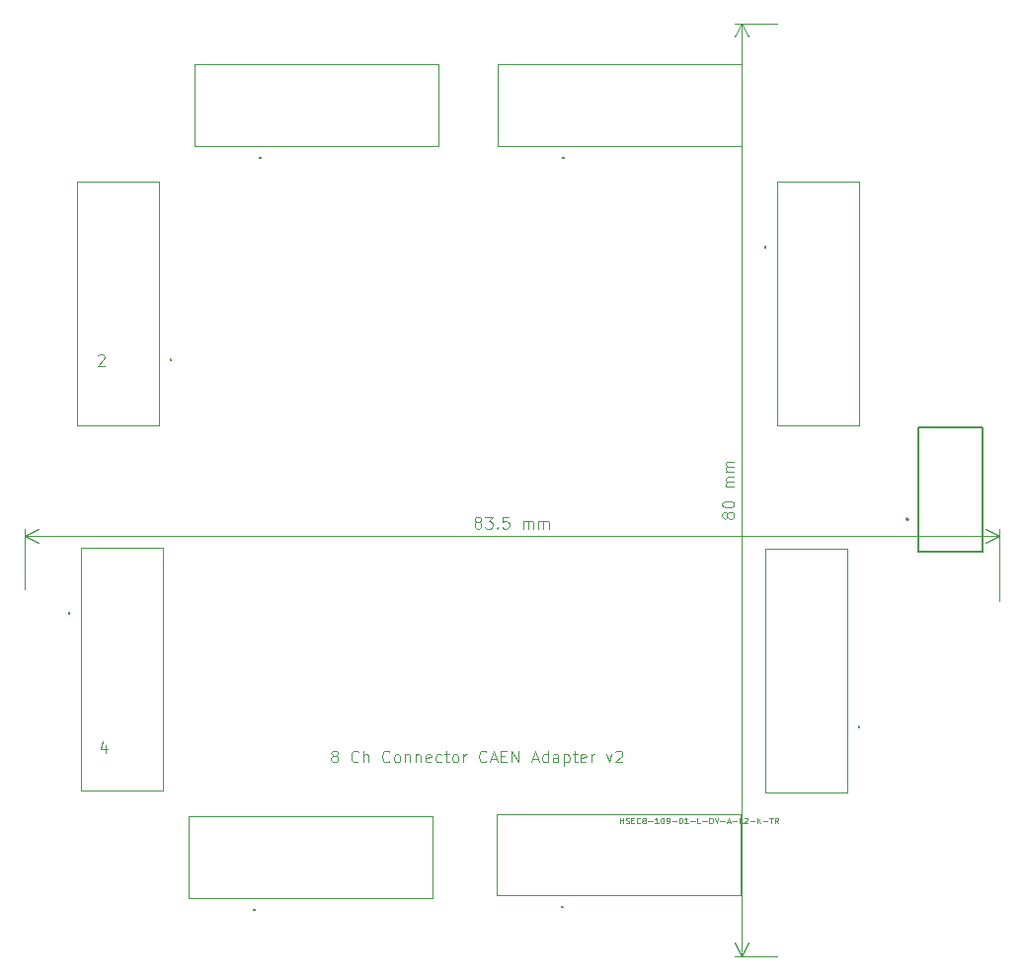
<source format=gbr>
%TF.GenerationSoftware,KiCad,Pcbnew,9.0.2*%
%TF.CreationDate,2025-05-28T10:28:05-07:00*%
%TF.ProjectId,8_Ch_Connector_CAEN_Adapter,385f4368-5f43-46f6-9e6e-6563746f725f,rev?*%
%TF.SameCoordinates,Original*%
%TF.FileFunction,Legend,Top*%
%TF.FilePolarity,Positive*%
%FSLAX46Y46*%
G04 Gerber Fmt 4.6, Leading zero omitted, Abs format (unit mm)*
G04 Created by KiCad (PCBNEW 9.0.2) date 2025-05-28 10:28:05*
%MOMM*%
%LPD*%
G01*
G04 APERTURE LIST*
%ADD10C,0.100000*%
%ADD11C,0.125000*%
%ADD12C,0.200000*%
%ADD13C,0.127000*%
G04 APERTURE END LIST*
D10*
X163750000Y-87755990D02*
X163654762Y-87708371D01*
X163654762Y-87708371D02*
X163607143Y-87660752D01*
X163607143Y-87660752D02*
X163559524Y-87565514D01*
X163559524Y-87565514D02*
X163559524Y-87517895D01*
X163559524Y-87517895D02*
X163607143Y-87422657D01*
X163607143Y-87422657D02*
X163654762Y-87375038D01*
X163654762Y-87375038D02*
X163750000Y-87327419D01*
X163750000Y-87327419D02*
X163940476Y-87327419D01*
X163940476Y-87327419D02*
X164035714Y-87375038D01*
X164035714Y-87375038D02*
X164083333Y-87422657D01*
X164083333Y-87422657D02*
X164130952Y-87517895D01*
X164130952Y-87517895D02*
X164130952Y-87565514D01*
X164130952Y-87565514D02*
X164083333Y-87660752D01*
X164083333Y-87660752D02*
X164035714Y-87708371D01*
X164035714Y-87708371D02*
X163940476Y-87755990D01*
X163940476Y-87755990D02*
X163750000Y-87755990D01*
X163750000Y-87755990D02*
X163654762Y-87803609D01*
X163654762Y-87803609D02*
X163607143Y-87851228D01*
X163607143Y-87851228D02*
X163559524Y-87946466D01*
X163559524Y-87946466D02*
X163559524Y-88136942D01*
X163559524Y-88136942D02*
X163607143Y-88232180D01*
X163607143Y-88232180D02*
X163654762Y-88279800D01*
X163654762Y-88279800D02*
X163750000Y-88327419D01*
X163750000Y-88327419D02*
X163940476Y-88327419D01*
X163940476Y-88327419D02*
X164035714Y-88279800D01*
X164035714Y-88279800D02*
X164083333Y-88232180D01*
X164083333Y-88232180D02*
X164130952Y-88136942D01*
X164130952Y-88136942D02*
X164130952Y-87946466D01*
X164130952Y-87946466D02*
X164083333Y-87851228D01*
X164083333Y-87851228D02*
X164035714Y-87803609D01*
X164035714Y-87803609D02*
X163940476Y-87755990D01*
X164464286Y-87327419D02*
X165083333Y-87327419D01*
X165083333Y-87327419D02*
X164750000Y-87708371D01*
X164750000Y-87708371D02*
X164892857Y-87708371D01*
X164892857Y-87708371D02*
X164988095Y-87755990D01*
X164988095Y-87755990D02*
X165035714Y-87803609D01*
X165035714Y-87803609D02*
X165083333Y-87898847D01*
X165083333Y-87898847D02*
X165083333Y-88136942D01*
X165083333Y-88136942D02*
X165035714Y-88232180D01*
X165035714Y-88232180D02*
X164988095Y-88279800D01*
X164988095Y-88279800D02*
X164892857Y-88327419D01*
X164892857Y-88327419D02*
X164607143Y-88327419D01*
X164607143Y-88327419D02*
X164511905Y-88279800D01*
X164511905Y-88279800D02*
X164464286Y-88232180D01*
X165511905Y-88232180D02*
X165559524Y-88279800D01*
X165559524Y-88279800D02*
X165511905Y-88327419D01*
X165511905Y-88327419D02*
X165464286Y-88279800D01*
X165464286Y-88279800D02*
X165511905Y-88232180D01*
X165511905Y-88232180D02*
X165511905Y-88327419D01*
X166464285Y-87327419D02*
X165988095Y-87327419D01*
X165988095Y-87327419D02*
X165940476Y-87803609D01*
X165940476Y-87803609D02*
X165988095Y-87755990D01*
X165988095Y-87755990D02*
X166083333Y-87708371D01*
X166083333Y-87708371D02*
X166321428Y-87708371D01*
X166321428Y-87708371D02*
X166416666Y-87755990D01*
X166416666Y-87755990D02*
X166464285Y-87803609D01*
X166464285Y-87803609D02*
X166511904Y-87898847D01*
X166511904Y-87898847D02*
X166511904Y-88136942D01*
X166511904Y-88136942D02*
X166464285Y-88232180D01*
X166464285Y-88232180D02*
X166416666Y-88279800D01*
X166416666Y-88279800D02*
X166321428Y-88327419D01*
X166321428Y-88327419D02*
X166083333Y-88327419D01*
X166083333Y-88327419D02*
X165988095Y-88279800D01*
X165988095Y-88279800D02*
X165940476Y-88232180D01*
X167702381Y-88327419D02*
X167702381Y-87660752D01*
X167702381Y-87755990D02*
X167750000Y-87708371D01*
X167750000Y-87708371D02*
X167845238Y-87660752D01*
X167845238Y-87660752D02*
X167988095Y-87660752D01*
X167988095Y-87660752D02*
X168083333Y-87708371D01*
X168083333Y-87708371D02*
X168130952Y-87803609D01*
X168130952Y-87803609D02*
X168130952Y-88327419D01*
X168130952Y-87803609D02*
X168178571Y-87708371D01*
X168178571Y-87708371D02*
X168273809Y-87660752D01*
X168273809Y-87660752D02*
X168416666Y-87660752D01*
X168416666Y-87660752D02*
X168511905Y-87708371D01*
X168511905Y-87708371D02*
X168559524Y-87803609D01*
X168559524Y-87803609D02*
X168559524Y-88327419D01*
X169035714Y-88327419D02*
X169035714Y-87660752D01*
X169035714Y-87755990D02*
X169083333Y-87708371D01*
X169083333Y-87708371D02*
X169178571Y-87660752D01*
X169178571Y-87660752D02*
X169321428Y-87660752D01*
X169321428Y-87660752D02*
X169416666Y-87708371D01*
X169416666Y-87708371D02*
X169464285Y-87803609D01*
X169464285Y-87803609D02*
X169464285Y-88327419D01*
X169464285Y-87803609D02*
X169511904Y-87708371D01*
X169511904Y-87708371D02*
X169607142Y-87660752D01*
X169607142Y-87660752D02*
X169749999Y-87660752D01*
X169749999Y-87660752D02*
X169845238Y-87708371D01*
X169845238Y-87708371D02*
X169892857Y-87803609D01*
X169892857Y-87803609D02*
X169892857Y-88327419D01*
X208500000Y-94500000D02*
X208500000Y-88383580D01*
X125000000Y-88383580D02*
X125000000Y-93500000D01*
X208500000Y-88970000D02*
X125000000Y-88970000D01*
X208500000Y-88970000D02*
X207373496Y-89556421D01*
X208500000Y-88970000D02*
X207373496Y-88383579D01*
X125000000Y-88970000D02*
X126126504Y-88383579D01*
X125000000Y-88970000D02*
X126126504Y-89556421D01*
X185215990Y-87285713D02*
X185168371Y-87380951D01*
X185168371Y-87380951D02*
X185120752Y-87428570D01*
X185120752Y-87428570D02*
X185025514Y-87476189D01*
X185025514Y-87476189D02*
X184977895Y-87476189D01*
X184977895Y-87476189D02*
X184882657Y-87428570D01*
X184882657Y-87428570D02*
X184835038Y-87380951D01*
X184835038Y-87380951D02*
X184787419Y-87285713D01*
X184787419Y-87285713D02*
X184787419Y-87095237D01*
X184787419Y-87095237D02*
X184835038Y-86999999D01*
X184835038Y-86999999D02*
X184882657Y-86952380D01*
X184882657Y-86952380D02*
X184977895Y-86904761D01*
X184977895Y-86904761D02*
X185025514Y-86904761D01*
X185025514Y-86904761D02*
X185120752Y-86952380D01*
X185120752Y-86952380D02*
X185168371Y-86999999D01*
X185168371Y-86999999D02*
X185215990Y-87095237D01*
X185215990Y-87095237D02*
X185215990Y-87285713D01*
X185215990Y-87285713D02*
X185263609Y-87380951D01*
X185263609Y-87380951D02*
X185311228Y-87428570D01*
X185311228Y-87428570D02*
X185406466Y-87476189D01*
X185406466Y-87476189D02*
X185596942Y-87476189D01*
X185596942Y-87476189D02*
X185692180Y-87428570D01*
X185692180Y-87428570D02*
X185739800Y-87380951D01*
X185739800Y-87380951D02*
X185787419Y-87285713D01*
X185787419Y-87285713D02*
X185787419Y-87095237D01*
X185787419Y-87095237D02*
X185739800Y-86999999D01*
X185739800Y-86999999D02*
X185692180Y-86952380D01*
X185692180Y-86952380D02*
X185596942Y-86904761D01*
X185596942Y-86904761D02*
X185406466Y-86904761D01*
X185406466Y-86904761D02*
X185311228Y-86952380D01*
X185311228Y-86952380D02*
X185263609Y-86999999D01*
X185263609Y-86999999D02*
X185215990Y-87095237D01*
X184787419Y-86285713D02*
X184787419Y-86190475D01*
X184787419Y-86190475D02*
X184835038Y-86095237D01*
X184835038Y-86095237D02*
X184882657Y-86047618D01*
X184882657Y-86047618D02*
X184977895Y-85999999D01*
X184977895Y-85999999D02*
X185168371Y-85952380D01*
X185168371Y-85952380D02*
X185406466Y-85952380D01*
X185406466Y-85952380D02*
X185596942Y-85999999D01*
X185596942Y-85999999D02*
X185692180Y-86047618D01*
X185692180Y-86047618D02*
X185739800Y-86095237D01*
X185739800Y-86095237D02*
X185787419Y-86190475D01*
X185787419Y-86190475D02*
X185787419Y-86285713D01*
X185787419Y-86285713D02*
X185739800Y-86380951D01*
X185739800Y-86380951D02*
X185692180Y-86428570D01*
X185692180Y-86428570D02*
X185596942Y-86476189D01*
X185596942Y-86476189D02*
X185406466Y-86523808D01*
X185406466Y-86523808D02*
X185168371Y-86523808D01*
X185168371Y-86523808D02*
X184977895Y-86476189D01*
X184977895Y-86476189D02*
X184882657Y-86428570D01*
X184882657Y-86428570D02*
X184835038Y-86380951D01*
X184835038Y-86380951D02*
X184787419Y-86285713D01*
X185787419Y-84761903D02*
X185120752Y-84761903D01*
X185215990Y-84761903D02*
X185168371Y-84714284D01*
X185168371Y-84714284D02*
X185120752Y-84619046D01*
X185120752Y-84619046D02*
X185120752Y-84476189D01*
X185120752Y-84476189D02*
X185168371Y-84380951D01*
X185168371Y-84380951D02*
X185263609Y-84333332D01*
X185263609Y-84333332D02*
X185787419Y-84333332D01*
X185263609Y-84333332D02*
X185168371Y-84285713D01*
X185168371Y-84285713D02*
X185120752Y-84190475D01*
X185120752Y-84190475D02*
X185120752Y-84047618D01*
X185120752Y-84047618D02*
X185168371Y-83952379D01*
X185168371Y-83952379D02*
X185263609Y-83904760D01*
X185263609Y-83904760D02*
X185787419Y-83904760D01*
X185787419Y-83428570D02*
X185120752Y-83428570D01*
X185215990Y-83428570D02*
X185168371Y-83380951D01*
X185168371Y-83380951D02*
X185120752Y-83285713D01*
X185120752Y-83285713D02*
X185120752Y-83142856D01*
X185120752Y-83142856D02*
X185168371Y-83047618D01*
X185168371Y-83047618D02*
X185263609Y-82999999D01*
X185263609Y-82999999D02*
X185787419Y-82999999D01*
X185263609Y-82999999D02*
X185168371Y-82952380D01*
X185168371Y-82952380D02*
X185120752Y-82857142D01*
X185120752Y-82857142D02*
X185120752Y-82714285D01*
X185120752Y-82714285D02*
X185168371Y-82619046D01*
X185168371Y-82619046D02*
X185263609Y-82571427D01*
X185263609Y-82571427D02*
X185787419Y-82571427D01*
X189500000Y-125000000D02*
X185843580Y-125000000D01*
X185843580Y-45000000D02*
X189500000Y-45000000D01*
X186430000Y-125000000D02*
X186430000Y-45000000D01*
X186430000Y-125000000D02*
X185843579Y-123873496D01*
X186430000Y-125000000D02*
X187016421Y-123873496D01*
X186430000Y-45000000D02*
X187016421Y-46126504D01*
X186430000Y-45000000D02*
X185843579Y-46126504D01*
X131256265Y-73467657D02*
X131303884Y-73420038D01*
X131303884Y-73420038D02*
X131399122Y-73372419D01*
X131399122Y-73372419D02*
X131637217Y-73372419D01*
X131637217Y-73372419D02*
X131732455Y-73420038D01*
X131732455Y-73420038D02*
X131780074Y-73467657D01*
X131780074Y-73467657D02*
X131827693Y-73562895D01*
X131827693Y-73562895D02*
X131827693Y-73658133D01*
X131827693Y-73658133D02*
X131780074Y-73800990D01*
X131780074Y-73800990D02*
X131208646Y-74372419D01*
X131208646Y-74372419D02*
X131827693Y-74372419D01*
D11*
X176001283Y-113632309D02*
X176001283Y-113132309D01*
X176001283Y-113370404D02*
X176286997Y-113370404D01*
X176286997Y-113632309D02*
X176286997Y-113132309D01*
X176501284Y-113608500D02*
X176572712Y-113632309D01*
X176572712Y-113632309D02*
X176691760Y-113632309D01*
X176691760Y-113632309D02*
X176739379Y-113608500D01*
X176739379Y-113608500D02*
X176763188Y-113584690D01*
X176763188Y-113584690D02*
X176786998Y-113537071D01*
X176786998Y-113537071D02*
X176786998Y-113489452D01*
X176786998Y-113489452D02*
X176763188Y-113441833D01*
X176763188Y-113441833D02*
X176739379Y-113418023D01*
X176739379Y-113418023D02*
X176691760Y-113394214D01*
X176691760Y-113394214D02*
X176596522Y-113370404D01*
X176596522Y-113370404D02*
X176548903Y-113346595D01*
X176548903Y-113346595D02*
X176525093Y-113322785D01*
X176525093Y-113322785D02*
X176501284Y-113275166D01*
X176501284Y-113275166D02*
X176501284Y-113227547D01*
X176501284Y-113227547D02*
X176525093Y-113179928D01*
X176525093Y-113179928D02*
X176548903Y-113156119D01*
X176548903Y-113156119D02*
X176596522Y-113132309D01*
X176596522Y-113132309D02*
X176715569Y-113132309D01*
X176715569Y-113132309D02*
X176786998Y-113156119D01*
X177001283Y-113370404D02*
X177167950Y-113370404D01*
X177239378Y-113632309D02*
X177001283Y-113632309D01*
X177001283Y-113632309D02*
X177001283Y-113132309D01*
X177001283Y-113132309D02*
X177239378Y-113132309D01*
X177739378Y-113584690D02*
X177715569Y-113608500D01*
X177715569Y-113608500D02*
X177644140Y-113632309D01*
X177644140Y-113632309D02*
X177596521Y-113632309D01*
X177596521Y-113632309D02*
X177525093Y-113608500D01*
X177525093Y-113608500D02*
X177477474Y-113560880D01*
X177477474Y-113560880D02*
X177453664Y-113513261D01*
X177453664Y-113513261D02*
X177429855Y-113418023D01*
X177429855Y-113418023D02*
X177429855Y-113346595D01*
X177429855Y-113346595D02*
X177453664Y-113251357D01*
X177453664Y-113251357D02*
X177477474Y-113203738D01*
X177477474Y-113203738D02*
X177525093Y-113156119D01*
X177525093Y-113156119D02*
X177596521Y-113132309D01*
X177596521Y-113132309D02*
X177644140Y-113132309D01*
X177644140Y-113132309D02*
X177715569Y-113156119D01*
X177715569Y-113156119D02*
X177739378Y-113179928D01*
X178025093Y-113346595D02*
X177977474Y-113322785D01*
X177977474Y-113322785D02*
X177953664Y-113298976D01*
X177953664Y-113298976D02*
X177929855Y-113251357D01*
X177929855Y-113251357D02*
X177929855Y-113227547D01*
X177929855Y-113227547D02*
X177953664Y-113179928D01*
X177953664Y-113179928D02*
X177977474Y-113156119D01*
X177977474Y-113156119D02*
X178025093Y-113132309D01*
X178025093Y-113132309D02*
X178120331Y-113132309D01*
X178120331Y-113132309D02*
X178167950Y-113156119D01*
X178167950Y-113156119D02*
X178191759Y-113179928D01*
X178191759Y-113179928D02*
X178215569Y-113227547D01*
X178215569Y-113227547D02*
X178215569Y-113251357D01*
X178215569Y-113251357D02*
X178191759Y-113298976D01*
X178191759Y-113298976D02*
X178167950Y-113322785D01*
X178167950Y-113322785D02*
X178120331Y-113346595D01*
X178120331Y-113346595D02*
X178025093Y-113346595D01*
X178025093Y-113346595D02*
X177977474Y-113370404D01*
X177977474Y-113370404D02*
X177953664Y-113394214D01*
X177953664Y-113394214D02*
X177929855Y-113441833D01*
X177929855Y-113441833D02*
X177929855Y-113537071D01*
X177929855Y-113537071D02*
X177953664Y-113584690D01*
X177953664Y-113584690D02*
X177977474Y-113608500D01*
X177977474Y-113608500D02*
X178025093Y-113632309D01*
X178025093Y-113632309D02*
X178120331Y-113632309D01*
X178120331Y-113632309D02*
X178167950Y-113608500D01*
X178167950Y-113608500D02*
X178191759Y-113584690D01*
X178191759Y-113584690D02*
X178215569Y-113537071D01*
X178215569Y-113537071D02*
X178215569Y-113441833D01*
X178215569Y-113441833D02*
X178191759Y-113394214D01*
X178191759Y-113394214D02*
X178167950Y-113370404D01*
X178167950Y-113370404D02*
X178120331Y-113346595D01*
X178429854Y-113441833D02*
X178810807Y-113441833D01*
X179310807Y-113632309D02*
X179025093Y-113632309D01*
X179167950Y-113632309D02*
X179167950Y-113132309D01*
X179167950Y-113132309D02*
X179120331Y-113203738D01*
X179120331Y-113203738D02*
X179072712Y-113251357D01*
X179072712Y-113251357D02*
X179025093Y-113275166D01*
X179620330Y-113132309D02*
X179667949Y-113132309D01*
X179667949Y-113132309D02*
X179715568Y-113156119D01*
X179715568Y-113156119D02*
X179739378Y-113179928D01*
X179739378Y-113179928D02*
X179763187Y-113227547D01*
X179763187Y-113227547D02*
X179786997Y-113322785D01*
X179786997Y-113322785D02*
X179786997Y-113441833D01*
X179786997Y-113441833D02*
X179763187Y-113537071D01*
X179763187Y-113537071D02*
X179739378Y-113584690D01*
X179739378Y-113584690D02*
X179715568Y-113608500D01*
X179715568Y-113608500D02*
X179667949Y-113632309D01*
X179667949Y-113632309D02*
X179620330Y-113632309D01*
X179620330Y-113632309D02*
X179572711Y-113608500D01*
X179572711Y-113608500D02*
X179548902Y-113584690D01*
X179548902Y-113584690D02*
X179525092Y-113537071D01*
X179525092Y-113537071D02*
X179501283Y-113441833D01*
X179501283Y-113441833D02*
X179501283Y-113322785D01*
X179501283Y-113322785D02*
X179525092Y-113227547D01*
X179525092Y-113227547D02*
X179548902Y-113179928D01*
X179548902Y-113179928D02*
X179572711Y-113156119D01*
X179572711Y-113156119D02*
X179620330Y-113132309D01*
X180025092Y-113632309D02*
X180120330Y-113632309D01*
X180120330Y-113632309D02*
X180167949Y-113608500D01*
X180167949Y-113608500D02*
X180191758Y-113584690D01*
X180191758Y-113584690D02*
X180239377Y-113513261D01*
X180239377Y-113513261D02*
X180263187Y-113418023D01*
X180263187Y-113418023D02*
X180263187Y-113227547D01*
X180263187Y-113227547D02*
X180239377Y-113179928D01*
X180239377Y-113179928D02*
X180215568Y-113156119D01*
X180215568Y-113156119D02*
X180167949Y-113132309D01*
X180167949Y-113132309D02*
X180072711Y-113132309D01*
X180072711Y-113132309D02*
X180025092Y-113156119D01*
X180025092Y-113156119D02*
X180001282Y-113179928D01*
X180001282Y-113179928D02*
X179977473Y-113227547D01*
X179977473Y-113227547D02*
X179977473Y-113346595D01*
X179977473Y-113346595D02*
X180001282Y-113394214D01*
X180001282Y-113394214D02*
X180025092Y-113418023D01*
X180025092Y-113418023D02*
X180072711Y-113441833D01*
X180072711Y-113441833D02*
X180167949Y-113441833D01*
X180167949Y-113441833D02*
X180215568Y-113418023D01*
X180215568Y-113418023D02*
X180239377Y-113394214D01*
X180239377Y-113394214D02*
X180263187Y-113346595D01*
X180477472Y-113441833D02*
X180858425Y-113441833D01*
X181191758Y-113132309D02*
X181239377Y-113132309D01*
X181239377Y-113132309D02*
X181286996Y-113156119D01*
X181286996Y-113156119D02*
X181310806Y-113179928D01*
X181310806Y-113179928D02*
X181334615Y-113227547D01*
X181334615Y-113227547D02*
X181358425Y-113322785D01*
X181358425Y-113322785D02*
X181358425Y-113441833D01*
X181358425Y-113441833D02*
X181334615Y-113537071D01*
X181334615Y-113537071D02*
X181310806Y-113584690D01*
X181310806Y-113584690D02*
X181286996Y-113608500D01*
X181286996Y-113608500D02*
X181239377Y-113632309D01*
X181239377Y-113632309D02*
X181191758Y-113632309D01*
X181191758Y-113632309D02*
X181144139Y-113608500D01*
X181144139Y-113608500D02*
X181120330Y-113584690D01*
X181120330Y-113584690D02*
X181096520Y-113537071D01*
X181096520Y-113537071D02*
X181072711Y-113441833D01*
X181072711Y-113441833D02*
X181072711Y-113322785D01*
X181072711Y-113322785D02*
X181096520Y-113227547D01*
X181096520Y-113227547D02*
X181120330Y-113179928D01*
X181120330Y-113179928D02*
X181144139Y-113156119D01*
X181144139Y-113156119D02*
X181191758Y-113132309D01*
X181834615Y-113632309D02*
X181548901Y-113632309D01*
X181691758Y-113632309D02*
X181691758Y-113132309D01*
X181691758Y-113132309D02*
X181644139Y-113203738D01*
X181644139Y-113203738D02*
X181596520Y-113251357D01*
X181596520Y-113251357D02*
X181548901Y-113275166D01*
X182048900Y-113441833D02*
X182429853Y-113441833D01*
X182906043Y-113632309D02*
X182667948Y-113632309D01*
X182667948Y-113632309D02*
X182667948Y-113132309D01*
X183072710Y-113441833D02*
X183453663Y-113441833D01*
X183691758Y-113632309D02*
X183691758Y-113132309D01*
X183691758Y-113132309D02*
X183810806Y-113132309D01*
X183810806Y-113132309D02*
X183882234Y-113156119D01*
X183882234Y-113156119D02*
X183929853Y-113203738D01*
X183929853Y-113203738D02*
X183953663Y-113251357D01*
X183953663Y-113251357D02*
X183977472Y-113346595D01*
X183977472Y-113346595D02*
X183977472Y-113418023D01*
X183977472Y-113418023D02*
X183953663Y-113513261D01*
X183953663Y-113513261D02*
X183929853Y-113560880D01*
X183929853Y-113560880D02*
X183882234Y-113608500D01*
X183882234Y-113608500D02*
X183810806Y-113632309D01*
X183810806Y-113632309D02*
X183691758Y-113632309D01*
X184120330Y-113132309D02*
X184286996Y-113632309D01*
X184286996Y-113632309D02*
X184453663Y-113132309D01*
X184620329Y-113441833D02*
X185001282Y-113441833D01*
X185215568Y-113489452D02*
X185453663Y-113489452D01*
X185167949Y-113632309D02*
X185334615Y-113132309D01*
X185334615Y-113132309D02*
X185501282Y-113632309D01*
X185667948Y-113441833D02*
X186048901Y-113441833D01*
X186525091Y-113632309D02*
X186286996Y-113632309D01*
X186286996Y-113632309D02*
X186286996Y-113132309D01*
X186667949Y-113179928D02*
X186691758Y-113156119D01*
X186691758Y-113156119D02*
X186739377Y-113132309D01*
X186739377Y-113132309D02*
X186858425Y-113132309D01*
X186858425Y-113132309D02*
X186906044Y-113156119D01*
X186906044Y-113156119D02*
X186929853Y-113179928D01*
X186929853Y-113179928D02*
X186953663Y-113227547D01*
X186953663Y-113227547D02*
X186953663Y-113275166D01*
X186953663Y-113275166D02*
X186929853Y-113346595D01*
X186929853Y-113346595D02*
X186644139Y-113632309D01*
X186644139Y-113632309D02*
X186953663Y-113632309D01*
X187167948Y-113441833D02*
X187548901Y-113441833D01*
X187786996Y-113632309D02*
X187786996Y-113132309D01*
X188072710Y-113632309D02*
X187858425Y-113346595D01*
X188072710Y-113132309D02*
X187786996Y-113418023D01*
X188286996Y-113441833D02*
X188667949Y-113441833D01*
X188834616Y-113132309D02*
X189120330Y-113132309D01*
X188977473Y-113632309D02*
X188977473Y-113132309D01*
X189572710Y-113632309D02*
X189406044Y-113394214D01*
X189286996Y-113632309D02*
X189286996Y-113132309D01*
X189286996Y-113132309D02*
X189477472Y-113132309D01*
X189477472Y-113132309D02*
X189525091Y-113156119D01*
X189525091Y-113156119D02*
X189548901Y-113179928D01*
X189548901Y-113179928D02*
X189572710Y-113227547D01*
X189572710Y-113227547D02*
X189572710Y-113298976D01*
X189572710Y-113298976D02*
X189548901Y-113346595D01*
X189548901Y-113346595D02*
X189525091Y-113370404D01*
X189525091Y-113370404D02*
X189477472Y-113394214D01*
X189477472Y-113394214D02*
X189286996Y-113394214D01*
D10*
X151446741Y-107800990D02*
X151351503Y-107753371D01*
X151351503Y-107753371D02*
X151303884Y-107705752D01*
X151303884Y-107705752D02*
X151256265Y-107610514D01*
X151256265Y-107610514D02*
X151256265Y-107562895D01*
X151256265Y-107562895D02*
X151303884Y-107467657D01*
X151303884Y-107467657D02*
X151351503Y-107420038D01*
X151351503Y-107420038D02*
X151446741Y-107372419D01*
X151446741Y-107372419D02*
X151637217Y-107372419D01*
X151637217Y-107372419D02*
X151732455Y-107420038D01*
X151732455Y-107420038D02*
X151780074Y-107467657D01*
X151780074Y-107467657D02*
X151827693Y-107562895D01*
X151827693Y-107562895D02*
X151827693Y-107610514D01*
X151827693Y-107610514D02*
X151780074Y-107705752D01*
X151780074Y-107705752D02*
X151732455Y-107753371D01*
X151732455Y-107753371D02*
X151637217Y-107800990D01*
X151637217Y-107800990D02*
X151446741Y-107800990D01*
X151446741Y-107800990D02*
X151351503Y-107848609D01*
X151351503Y-107848609D02*
X151303884Y-107896228D01*
X151303884Y-107896228D02*
X151256265Y-107991466D01*
X151256265Y-107991466D02*
X151256265Y-108181942D01*
X151256265Y-108181942D02*
X151303884Y-108277180D01*
X151303884Y-108277180D02*
X151351503Y-108324800D01*
X151351503Y-108324800D02*
X151446741Y-108372419D01*
X151446741Y-108372419D02*
X151637217Y-108372419D01*
X151637217Y-108372419D02*
X151732455Y-108324800D01*
X151732455Y-108324800D02*
X151780074Y-108277180D01*
X151780074Y-108277180D02*
X151827693Y-108181942D01*
X151827693Y-108181942D02*
X151827693Y-107991466D01*
X151827693Y-107991466D02*
X151780074Y-107896228D01*
X151780074Y-107896228D02*
X151732455Y-107848609D01*
X151732455Y-107848609D02*
X151637217Y-107800990D01*
X153589598Y-108277180D02*
X153541979Y-108324800D01*
X153541979Y-108324800D02*
X153399122Y-108372419D01*
X153399122Y-108372419D02*
X153303884Y-108372419D01*
X153303884Y-108372419D02*
X153161027Y-108324800D01*
X153161027Y-108324800D02*
X153065789Y-108229561D01*
X153065789Y-108229561D02*
X153018170Y-108134323D01*
X153018170Y-108134323D02*
X152970551Y-107943847D01*
X152970551Y-107943847D02*
X152970551Y-107800990D01*
X152970551Y-107800990D02*
X153018170Y-107610514D01*
X153018170Y-107610514D02*
X153065789Y-107515276D01*
X153065789Y-107515276D02*
X153161027Y-107420038D01*
X153161027Y-107420038D02*
X153303884Y-107372419D01*
X153303884Y-107372419D02*
X153399122Y-107372419D01*
X153399122Y-107372419D02*
X153541979Y-107420038D01*
X153541979Y-107420038D02*
X153589598Y-107467657D01*
X154018170Y-108372419D02*
X154018170Y-107372419D01*
X154446741Y-108372419D02*
X154446741Y-107848609D01*
X154446741Y-107848609D02*
X154399122Y-107753371D01*
X154399122Y-107753371D02*
X154303884Y-107705752D01*
X154303884Y-107705752D02*
X154161027Y-107705752D01*
X154161027Y-107705752D02*
X154065789Y-107753371D01*
X154065789Y-107753371D02*
X154018170Y-107800990D01*
X156256265Y-108277180D02*
X156208646Y-108324800D01*
X156208646Y-108324800D02*
X156065789Y-108372419D01*
X156065789Y-108372419D02*
X155970551Y-108372419D01*
X155970551Y-108372419D02*
X155827694Y-108324800D01*
X155827694Y-108324800D02*
X155732456Y-108229561D01*
X155732456Y-108229561D02*
X155684837Y-108134323D01*
X155684837Y-108134323D02*
X155637218Y-107943847D01*
X155637218Y-107943847D02*
X155637218Y-107800990D01*
X155637218Y-107800990D02*
X155684837Y-107610514D01*
X155684837Y-107610514D02*
X155732456Y-107515276D01*
X155732456Y-107515276D02*
X155827694Y-107420038D01*
X155827694Y-107420038D02*
X155970551Y-107372419D01*
X155970551Y-107372419D02*
X156065789Y-107372419D01*
X156065789Y-107372419D02*
X156208646Y-107420038D01*
X156208646Y-107420038D02*
X156256265Y-107467657D01*
X156827694Y-108372419D02*
X156732456Y-108324800D01*
X156732456Y-108324800D02*
X156684837Y-108277180D01*
X156684837Y-108277180D02*
X156637218Y-108181942D01*
X156637218Y-108181942D02*
X156637218Y-107896228D01*
X156637218Y-107896228D02*
X156684837Y-107800990D01*
X156684837Y-107800990D02*
X156732456Y-107753371D01*
X156732456Y-107753371D02*
X156827694Y-107705752D01*
X156827694Y-107705752D02*
X156970551Y-107705752D01*
X156970551Y-107705752D02*
X157065789Y-107753371D01*
X157065789Y-107753371D02*
X157113408Y-107800990D01*
X157113408Y-107800990D02*
X157161027Y-107896228D01*
X157161027Y-107896228D02*
X157161027Y-108181942D01*
X157161027Y-108181942D02*
X157113408Y-108277180D01*
X157113408Y-108277180D02*
X157065789Y-108324800D01*
X157065789Y-108324800D02*
X156970551Y-108372419D01*
X156970551Y-108372419D02*
X156827694Y-108372419D01*
X157589599Y-107705752D02*
X157589599Y-108372419D01*
X157589599Y-107800990D02*
X157637218Y-107753371D01*
X157637218Y-107753371D02*
X157732456Y-107705752D01*
X157732456Y-107705752D02*
X157875313Y-107705752D01*
X157875313Y-107705752D02*
X157970551Y-107753371D01*
X157970551Y-107753371D02*
X158018170Y-107848609D01*
X158018170Y-107848609D02*
X158018170Y-108372419D01*
X158494361Y-107705752D02*
X158494361Y-108372419D01*
X158494361Y-107800990D02*
X158541980Y-107753371D01*
X158541980Y-107753371D02*
X158637218Y-107705752D01*
X158637218Y-107705752D02*
X158780075Y-107705752D01*
X158780075Y-107705752D02*
X158875313Y-107753371D01*
X158875313Y-107753371D02*
X158922932Y-107848609D01*
X158922932Y-107848609D02*
X158922932Y-108372419D01*
X159780075Y-108324800D02*
X159684837Y-108372419D01*
X159684837Y-108372419D02*
X159494361Y-108372419D01*
X159494361Y-108372419D02*
X159399123Y-108324800D01*
X159399123Y-108324800D02*
X159351504Y-108229561D01*
X159351504Y-108229561D02*
X159351504Y-107848609D01*
X159351504Y-107848609D02*
X159399123Y-107753371D01*
X159399123Y-107753371D02*
X159494361Y-107705752D01*
X159494361Y-107705752D02*
X159684837Y-107705752D01*
X159684837Y-107705752D02*
X159780075Y-107753371D01*
X159780075Y-107753371D02*
X159827694Y-107848609D01*
X159827694Y-107848609D02*
X159827694Y-107943847D01*
X159827694Y-107943847D02*
X159351504Y-108039085D01*
X160684837Y-108324800D02*
X160589599Y-108372419D01*
X160589599Y-108372419D02*
X160399123Y-108372419D01*
X160399123Y-108372419D02*
X160303885Y-108324800D01*
X160303885Y-108324800D02*
X160256266Y-108277180D01*
X160256266Y-108277180D02*
X160208647Y-108181942D01*
X160208647Y-108181942D02*
X160208647Y-107896228D01*
X160208647Y-107896228D02*
X160256266Y-107800990D01*
X160256266Y-107800990D02*
X160303885Y-107753371D01*
X160303885Y-107753371D02*
X160399123Y-107705752D01*
X160399123Y-107705752D02*
X160589599Y-107705752D01*
X160589599Y-107705752D02*
X160684837Y-107753371D01*
X160970552Y-107705752D02*
X161351504Y-107705752D01*
X161113409Y-107372419D02*
X161113409Y-108229561D01*
X161113409Y-108229561D02*
X161161028Y-108324800D01*
X161161028Y-108324800D02*
X161256266Y-108372419D01*
X161256266Y-108372419D02*
X161351504Y-108372419D01*
X161827695Y-108372419D02*
X161732457Y-108324800D01*
X161732457Y-108324800D02*
X161684838Y-108277180D01*
X161684838Y-108277180D02*
X161637219Y-108181942D01*
X161637219Y-108181942D02*
X161637219Y-107896228D01*
X161637219Y-107896228D02*
X161684838Y-107800990D01*
X161684838Y-107800990D02*
X161732457Y-107753371D01*
X161732457Y-107753371D02*
X161827695Y-107705752D01*
X161827695Y-107705752D02*
X161970552Y-107705752D01*
X161970552Y-107705752D02*
X162065790Y-107753371D01*
X162065790Y-107753371D02*
X162113409Y-107800990D01*
X162113409Y-107800990D02*
X162161028Y-107896228D01*
X162161028Y-107896228D02*
X162161028Y-108181942D01*
X162161028Y-108181942D02*
X162113409Y-108277180D01*
X162113409Y-108277180D02*
X162065790Y-108324800D01*
X162065790Y-108324800D02*
X161970552Y-108372419D01*
X161970552Y-108372419D02*
X161827695Y-108372419D01*
X162589600Y-108372419D02*
X162589600Y-107705752D01*
X162589600Y-107896228D02*
X162637219Y-107800990D01*
X162637219Y-107800990D02*
X162684838Y-107753371D01*
X162684838Y-107753371D02*
X162780076Y-107705752D01*
X162780076Y-107705752D02*
X162875314Y-107705752D01*
X164541981Y-108277180D02*
X164494362Y-108324800D01*
X164494362Y-108324800D02*
X164351505Y-108372419D01*
X164351505Y-108372419D02*
X164256267Y-108372419D01*
X164256267Y-108372419D02*
X164113410Y-108324800D01*
X164113410Y-108324800D02*
X164018172Y-108229561D01*
X164018172Y-108229561D02*
X163970553Y-108134323D01*
X163970553Y-108134323D02*
X163922934Y-107943847D01*
X163922934Y-107943847D02*
X163922934Y-107800990D01*
X163922934Y-107800990D02*
X163970553Y-107610514D01*
X163970553Y-107610514D02*
X164018172Y-107515276D01*
X164018172Y-107515276D02*
X164113410Y-107420038D01*
X164113410Y-107420038D02*
X164256267Y-107372419D01*
X164256267Y-107372419D02*
X164351505Y-107372419D01*
X164351505Y-107372419D02*
X164494362Y-107420038D01*
X164494362Y-107420038D02*
X164541981Y-107467657D01*
X164922934Y-108086704D02*
X165399124Y-108086704D01*
X164827696Y-108372419D02*
X165161029Y-107372419D01*
X165161029Y-107372419D02*
X165494362Y-108372419D01*
X165827696Y-107848609D02*
X166161029Y-107848609D01*
X166303886Y-108372419D02*
X165827696Y-108372419D01*
X165827696Y-108372419D02*
X165827696Y-107372419D01*
X165827696Y-107372419D02*
X166303886Y-107372419D01*
X166732458Y-108372419D02*
X166732458Y-107372419D01*
X166732458Y-107372419D02*
X167303886Y-108372419D01*
X167303886Y-108372419D02*
X167303886Y-107372419D01*
X168494363Y-108086704D02*
X168970553Y-108086704D01*
X168399125Y-108372419D02*
X168732458Y-107372419D01*
X168732458Y-107372419D02*
X169065791Y-108372419D01*
X169827696Y-108372419D02*
X169827696Y-107372419D01*
X169827696Y-108324800D02*
X169732458Y-108372419D01*
X169732458Y-108372419D02*
X169541982Y-108372419D01*
X169541982Y-108372419D02*
X169446744Y-108324800D01*
X169446744Y-108324800D02*
X169399125Y-108277180D01*
X169399125Y-108277180D02*
X169351506Y-108181942D01*
X169351506Y-108181942D02*
X169351506Y-107896228D01*
X169351506Y-107896228D02*
X169399125Y-107800990D01*
X169399125Y-107800990D02*
X169446744Y-107753371D01*
X169446744Y-107753371D02*
X169541982Y-107705752D01*
X169541982Y-107705752D02*
X169732458Y-107705752D01*
X169732458Y-107705752D02*
X169827696Y-107753371D01*
X170732458Y-108372419D02*
X170732458Y-107848609D01*
X170732458Y-107848609D02*
X170684839Y-107753371D01*
X170684839Y-107753371D02*
X170589601Y-107705752D01*
X170589601Y-107705752D02*
X170399125Y-107705752D01*
X170399125Y-107705752D02*
X170303887Y-107753371D01*
X170732458Y-108324800D02*
X170637220Y-108372419D01*
X170637220Y-108372419D02*
X170399125Y-108372419D01*
X170399125Y-108372419D02*
X170303887Y-108324800D01*
X170303887Y-108324800D02*
X170256268Y-108229561D01*
X170256268Y-108229561D02*
X170256268Y-108134323D01*
X170256268Y-108134323D02*
X170303887Y-108039085D01*
X170303887Y-108039085D02*
X170399125Y-107991466D01*
X170399125Y-107991466D02*
X170637220Y-107991466D01*
X170637220Y-107991466D02*
X170732458Y-107943847D01*
X171208649Y-107705752D02*
X171208649Y-108705752D01*
X171208649Y-107753371D02*
X171303887Y-107705752D01*
X171303887Y-107705752D02*
X171494363Y-107705752D01*
X171494363Y-107705752D02*
X171589601Y-107753371D01*
X171589601Y-107753371D02*
X171637220Y-107800990D01*
X171637220Y-107800990D02*
X171684839Y-107896228D01*
X171684839Y-107896228D02*
X171684839Y-108181942D01*
X171684839Y-108181942D02*
X171637220Y-108277180D01*
X171637220Y-108277180D02*
X171589601Y-108324800D01*
X171589601Y-108324800D02*
X171494363Y-108372419D01*
X171494363Y-108372419D02*
X171303887Y-108372419D01*
X171303887Y-108372419D02*
X171208649Y-108324800D01*
X171970554Y-107705752D02*
X172351506Y-107705752D01*
X172113411Y-107372419D02*
X172113411Y-108229561D01*
X172113411Y-108229561D02*
X172161030Y-108324800D01*
X172161030Y-108324800D02*
X172256268Y-108372419D01*
X172256268Y-108372419D02*
X172351506Y-108372419D01*
X173065792Y-108324800D02*
X172970554Y-108372419D01*
X172970554Y-108372419D02*
X172780078Y-108372419D01*
X172780078Y-108372419D02*
X172684840Y-108324800D01*
X172684840Y-108324800D02*
X172637221Y-108229561D01*
X172637221Y-108229561D02*
X172637221Y-107848609D01*
X172637221Y-107848609D02*
X172684840Y-107753371D01*
X172684840Y-107753371D02*
X172780078Y-107705752D01*
X172780078Y-107705752D02*
X172970554Y-107705752D01*
X172970554Y-107705752D02*
X173065792Y-107753371D01*
X173065792Y-107753371D02*
X173113411Y-107848609D01*
X173113411Y-107848609D02*
X173113411Y-107943847D01*
X173113411Y-107943847D02*
X172637221Y-108039085D01*
X173541983Y-108372419D02*
X173541983Y-107705752D01*
X173541983Y-107896228D02*
X173589602Y-107800990D01*
X173589602Y-107800990D02*
X173637221Y-107753371D01*
X173637221Y-107753371D02*
X173732459Y-107705752D01*
X173732459Y-107705752D02*
X173827697Y-107705752D01*
X174827698Y-107705752D02*
X175065793Y-108372419D01*
X175065793Y-108372419D02*
X175303888Y-107705752D01*
X175637222Y-107467657D02*
X175684841Y-107420038D01*
X175684841Y-107420038D02*
X175780079Y-107372419D01*
X175780079Y-107372419D02*
X176018174Y-107372419D01*
X176018174Y-107372419D02*
X176113412Y-107420038D01*
X176113412Y-107420038D02*
X176161031Y-107467657D01*
X176161031Y-107467657D02*
X176208650Y-107562895D01*
X176208650Y-107562895D02*
X176208650Y-107658133D01*
X176208650Y-107658133D02*
X176161031Y-107800990D01*
X176161031Y-107800990D02*
X175589603Y-108372419D01*
X175589603Y-108372419D02*
X176208650Y-108372419D01*
X131932455Y-106905752D02*
X131932455Y-107572419D01*
X131694360Y-106524800D02*
X131456265Y-107239085D01*
X131456265Y-107239085D02*
X132075312Y-107239085D01*
%TO.C,J\u002A\u002A*%
X165470000Y-112800000D02*
X186330000Y-112800000D01*
X165470000Y-119800000D02*
X165470000Y-112800000D01*
D12*
X171000000Y-120800000D02*
X171000000Y-120800000D01*
X171000000Y-120800000D02*
X171000000Y-120800000D01*
X171100000Y-120800000D02*
X171100000Y-120800000D01*
D10*
X186330000Y-112800000D02*
X186330000Y-119800000D01*
X186330000Y-119800000D02*
X165470000Y-119800000D01*
D12*
X171000000Y-120800000D02*
G75*
G02*
X171100000Y-120800000I50000J0D01*
G01*
X171100000Y-120800000D02*
G75*
G02*
X171000000Y-120800000I-50000J0D01*
G01*
X171100000Y-120800000D02*
G75*
G02*
X171000000Y-120800000I-50000J0D01*
G01*
D10*
X165570000Y-48500000D02*
X186430000Y-48500000D01*
X165570000Y-55500000D02*
X165570000Y-48500000D01*
D12*
X171100000Y-56500000D02*
X171100000Y-56500000D01*
X171100000Y-56500000D02*
X171100000Y-56500000D01*
X171200000Y-56500000D02*
X171200000Y-56500000D01*
D10*
X186430000Y-48500000D02*
X186430000Y-55500000D01*
X186430000Y-55500000D02*
X165570000Y-55500000D01*
D12*
X171100000Y-56500000D02*
G75*
G02*
X171200000Y-56500000I50000J0D01*
G01*
X171200000Y-56500000D02*
G75*
G02*
X171100000Y-56500000I-50000J0D01*
G01*
X171200000Y-56500000D02*
G75*
G02*
X171100000Y-56500000I-50000J0D01*
G01*
D10*
X129500000Y-58570000D02*
X136500000Y-58570000D01*
X129500000Y-79430000D02*
X129500000Y-58570000D01*
X136500000Y-58570000D02*
X136500000Y-79430000D01*
X136500000Y-79430000D02*
X129500000Y-79430000D01*
D12*
X137500000Y-73800000D02*
X137500000Y-73800000D01*
X137500000Y-73900000D02*
X137500000Y-73900000D01*
X137500000Y-73900000D02*
X137500000Y-73900000D01*
X137500000Y-73800000D02*
G75*
G02*
X137500000Y-73900000I0J-50000D01*
G01*
X137500000Y-73800000D02*
G75*
G02*
X137500000Y-73900000I0J-50000D01*
G01*
X137500000Y-73900000D02*
G75*
G02*
X137500000Y-73800000I0J50000D01*
G01*
D13*
%TO.C,REF\u002A\u002A*%
X201630000Y-79666000D02*
X207065000Y-79666000D01*
X201630000Y-90334000D02*
X201630000Y-79666000D01*
X207065000Y-79666000D02*
X207065000Y-90334000D01*
X207065000Y-90334000D02*
X201630000Y-90334000D01*
D12*
X200730000Y-87540000D02*
G75*
G02*
X200530000Y-87540000I-100000J0D01*
G01*
X200530000Y-87540000D02*
G75*
G02*
X200730000Y-87540000I100000J0D01*
G01*
D10*
%TO.C,J\u002A\u002A*%
X139570000Y-48500000D02*
X160430000Y-48500000D01*
X139570000Y-55500000D02*
X139570000Y-48500000D01*
D12*
X145100000Y-56500000D02*
X145100000Y-56500000D01*
X145100000Y-56500000D02*
X145100000Y-56500000D01*
X145200000Y-56500000D02*
X145200000Y-56500000D01*
D10*
X160430000Y-48500000D02*
X160430000Y-55500000D01*
X160430000Y-55500000D02*
X139570000Y-55500000D01*
D12*
X145100000Y-56500000D02*
G75*
G02*
X145200000Y-56500000I50000J0D01*
G01*
X145200000Y-56500000D02*
G75*
G02*
X145100000Y-56500000I-50000J0D01*
G01*
X145200000Y-56500000D02*
G75*
G02*
X145100000Y-56500000I-50000J0D01*
G01*
D10*
X139070000Y-113000000D02*
X159930000Y-113000000D01*
X139070000Y-120000000D02*
X139070000Y-113000000D01*
D12*
X144600000Y-121000000D02*
X144600000Y-121000000D01*
X144600000Y-121000000D02*
X144600000Y-121000000D01*
X144700000Y-121000000D02*
X144700000Y-121000000D01*
D10*
X159930000Y-113000000D02*
X159930000Y-120000000D01*
X159930000Y-120000000D02*
X139070000Y-120000000D01*
D12*
X144600000Y-121000000D02*
G75*
G02*
X144700000Y-121000000I50000J0D01*
G01*
X144700000Y-121000000D02*
G75*
G02*
X144600000Y-121000000I-50000J0D01*
G01*
X144700000Y-121000000D02*
G75*
G02*
X144600000Y-121000000I-50000J0D01*
G01*
D10*
X188500000Y-90070000D02*
X195500000Y-90070000D01*
X188500000Y-110930000D02*
X188500000Y-90070000D01*
X195500000Y-90070000D02*
X195500000Y-110930000D01*
X195500000Y-110930000D02*
X188500000Y-110930000D01*
D12*
X196500000Y-105300000D02*
X196500000Y-105300000D01*
X196500000Y-105400000D02*
X196500000Y-105400000D01*
X196500000Y-105400000D02*
X196500000Y-105400000D01*
X196500000Y-105300000D02*
G75*
G02*
X196500000Y-105400000I0J-50000D01*
G01*
X196500000Y-105300000D02*
G75*
G02*
X196500000Y-105400000I0J-50000D01*
G01*
X196500000Y-105400000D02*
G75*
G02*
X196500000Y-105300000I0J50000D01*
G01*
X128800000Y-95500000D02*
X128800000Y-95500000D01*
X128800000Y-95500000D02*
X128800000Y-95500000D01*
X128800000Y-95600000D02*
X128800000Y-95600000D01*
D10*
X129800000Y-89970000D02*
X136800000Y-89970000D01*
X129800000Y-110830000D02*
X129800000Y-89970000D01*
X136800000Y-89970000D02*
X136800000Y-110830000D01*
X136800000Y-110830000D02*
X129800000Y-110830000D01*
D12*
X128800000Y-95500000D02*
G75*
G02*
X128800000Y-95600000I0J-50000D01*
G01*
X128800000Y-95600000D02*
G75*
G02*
X128800000Y-95500000I0J50000D01*
G01*
X128800000Y-95600000D02*
G75*
G02*
X128800000Y-95500000I0J50000D01*
G01*
X188500000Y-64100000D02*
X188500000Y-64100000D01*
X188500000Y-64100000D02*
X188500000Y-64100000D01*
X188500000Y-64200000D02*
X188500000Y-64200000D01*
D10*
X189500000Y-58570000D02*
X196500000Y-58570000D01*
X189500000Y-79430000D02*
X189500000Y-58570000D01*
X196500000Y-58570000D02*
X196500000Y-79430000D01*
X196500000Y-79430000D02*
X189500000Y-79430000D01*
D12*
X188500000Y-64100000D02*
G75*
G02*
X188500000Y-64200000I0J-50000D01*
G01*
X188500000Y-64200000D02*
G75*
G02*
X188500000Y-64100000I0J50000D01*
G01*
X188500000Y-64200000D02*
G75*
G02*
X188500000Y-64100000I0J50000D01*
G01*
%TD*%
M02*

</source>
